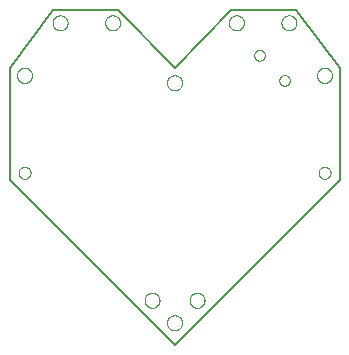
<source format=gko>
G75*
%MOIN*%
%OFA0B0*%
%FSLAX25Y25*%
%IPPOS*%
%LPD*%
%AMOC8*
5,1,8,0,0,1.08239X$1,22.5*
%
%ADD10C,0.00000*%
%ADD11C,0.00800*%
D10*
X0185833Y0098750D02*
X0185835Y0098849D01*
X0185841Y0098949D01*
X0185851Y0099048D01*
X0185865Y0099146D01*
X0185882Y0099244D01*
X0185904Y0099341D01*
X0185929Y0099437D01*
X0185958Y0099532D01*
X0185991Y0099626D01*
X0186028Y0099718D01*
X0186068Y0099809D01*
X0186112Y0099898D01*
X0186160Y0099986D01*
X0186211Y0100071D01*
X0186265Y0100154D01*
X0186322Y0100236D01*
X0186383Y0100314D01*
X0186447Y0100391D01*
X0186513Y0100464D01*
X0186583Y0100535D01*
X0186655Y0100603D01*
X0186730Y0100669D01*
X0186808Y0100731D01*
X0186888Y0100790D01*
X0186970Y0100846D01*
X0187054Y0100898D01*
X0187141Y0100947D01*
X0187229Y0100993D01*
X0187319Y0101035D01*
X0187411Y0101074D01*
X0187504Y0101109D01*
X0187598Y0101140D01*
X0187694Y0101167D01*
X0187791Y0101190D01*
X0187888Y0101210D01*
X0187986Y0101226D01*
X0188085Y0101238D01*
X0188184Y0101246D01*
X0188283Y0101250D01*
X0188383Y0101250D01*
X0188482Y0101246D01*
X0188581Y0101238D01*
X0188680Y0101226D01*
X0188778Y0101210D01*
X0188875Y0101190D01*
X0188972Y0101167D01*
X0189068Y0101140D01*
X0189162Y0101109D01*
X0189255Y0101074D01*
X0189347Y0101035D01*
X0189437Y0100993D01*
X0189525Y0100947D01*
X0189612Y0100898D01*
X0189696Y0100846D01*
X0189778Y0100790D01*
X0189858Y0100731D01*
X0189936Y0100669D01*
X0190011Y0100603D01*
X0190083Y0100535D01*
X0190153Y0100464D01*
X0190219Y0100391D01*
X0190283Y0100314D01*
X0190344Y0100236D01*
X0190401Y0100154D01*
X0190455Y0100071D01*
X0190506Y0099986D01*
X0190554Y0099898D01*
X0190598Y0099809D01*
X0190638Y0099718D01*
X0190675Y0099626D01*
X0190708Y0099532D01*
X0190737Y0099437D01*
X0190762Y0099341D01*
X0190784Y0099244D01*
X0190801Y0099146D01*
X0190815Y0099048D01*
X0190825Y0098949D01*
X0190831Y0098849D01*
X0190833Y0098750D01*
X0190831Y0098651D01*
X0190825Y0098551D01*
X0190815Y0098452D01*
X0190801Y0098354D01*
X0190784Y0098256D01*
X0190762Y0098159D01*
X0190737Y0098063D01*
X0190708Y0097968D01*
X0190675Y0097874D01*
X0190638Y0097782D01*
X0190598Y0097691D01*
X0190554Y0097602D01*
X0190506Y0097514D01*
X0190455Y0097429D01*
X0190401Y0097346D01*
X0190344Y0097264D01*
X0190283Y0097186D01*
X0190219Y0097109D01*
X0190153Y0097036D01*
X0190083Y0096965D01*
X0190011Y0096897D01*
X0189936Y0096831D01*
X0189858Y0096769D01*
X0189778Y0096710D01*
X0189696Y0096654D01*
X0189612Y0096602D01*
X0189525Y0096553D01*
X0189437Y0096507D01*
X0189347Y0096465D01*
X0189255Y0096426D01*
X0189162Y0096391D01*
X0189068Y0096360D01*
X0188972Y0096333D01*
X0188875Y0096310D01*
X0188778Y0096290D01*
X0188680Y0096274D01*
X0188581Y0096262D01*
X0188482Y0096254D01*
X0188383Y0096250D01*
X0188283Y0096250D01*
X0188184Y0096254D01*
X0188085Y0096262D01*
X0187986Y0096274D01*
X0187888Y0096290D01*
X0187791Y0096310D01*
X0187694Y0096333D01*
X0187598Y0096360D01*
X0187504Y0096391D01*
X0187411Y0096426D01*
X0187319Y0096465D01*
X0187229Y0096507D01*
X0187141Y0096553D01*
X0187054Y0096602D01*
X0186970Y0096654D01*
X0186888Y0096710D01*
X0186808Y0096769D01*
X0186730Y0096831D01*
X0186655Y0096897D01*
X0186583Y0096965D01*
X0186513Y0097036D01*
X0186447Y0097109D01*
X0186383Y0097186D01*
X0186322Y0097264D01*
X0186265Y0097346D01*
X0186211Y0097429D01*
X0186160Y0097514D01*
X0186112Y0097602D01*
X0186068Y0097691D01*
X0186028Y0097782D01*
X0185991Y0097874D01*
X0185958Y0097968D01*
X0185929Y0098063D01*
X0185904Y0098159D01*
X0185882Y0098256D01*
X0185865Y0098354D01*
X0185851Y0098452D01*
X0185841Y0098551D01*
X0185835Y0098651D01*
X0185833Y0098750D01*
X0178333Y0106250D02*
X0178335Y0106349D01*
X0178341Y0106449D01*
X0178351Y0106548D01*
X0178365Y0106646D01*
X0178382Y0106744D01*
X0178404Y0106841D01*
X0178429Y0106937D01*
X0178458Y0107032D01*
X0178491Y0107126D01*
X0178528Y0107218D01*
X0178568Y0107309D01*
X0178612Y0107398D01*
X0178660Y0107486D01*
X0178711Y0107571D01*
X0178765Y0107654D01*
X0178822Y0107736D01*
X0178883Y0107814D01*
X0178947Y0107891D01*
X0179013Y0107964D01*
X0179083Y0108035D01*
X0179155Y0108103D01*
X0179230Y0108169D01*
X0179308Y0108231D01*
X0179388Y0108290D01*
X0179470Y0108346D01*
X0179554Y0108398D01*
X0179641Y0108447D01*
X0179729Y0108493D01*
X0179819Y0108535D01*
X0179911Y0108574D01*
X0180004Y0108609D01*
X0180098Y0108640D01*
X0180194Y0108667D01*
X0180291Y0108690D01*
X0180388Y0108710D01*
X0180486Y0108726D01*
X0180585Y0108738D01*
X0180684Y0108746D01*
X0180783Y0108750D01*
X0180883Y0108750D01*
X0180982Y0108746D01*
X0181081Y0108738D01*
X0181180Y0108726D01*
X0181278Y0108710D01*
X0181375Y0108690D01*
X0181472Y0108667D01*
X0181568Y0108640D01*
X0181662Y0108609D01*
X0181755Y0108574D01*
X0181847Y0108535D01*
X0181937Y0108493D01*
X0182025Y0108447D01*
X0182112Y0108398D01*
X0182196Y0108346D01*
X0182278Y0108290D01*
X0182358Y0108231D01*
X0182436Y0108169D01*
X0182511Y0108103D01*
X0182583Y0108035D01*
X0182653Y0107964D01*
X0182719Y0107891D01*
X0182783Y0107814D01*
X0182844Y0107736D01*
X0182901Y0107654D01*
X0182955Y0107571D01*
X0183006Y0107486D01*
X0183054Y0107398D01*
X0183098Y0107309D01*
X0183138Y0107218D01*
X0183175Y0107126D01*
X0183208Y0107032D01*
X0183237Y0106937D01*
X0183262Y0106841D01*
X0183284Y0106744D01*
X0183301Y0106646D01*
X0183315Y0106548D01*
X0183325Y0106449D01*
X0183331Y0106349D01*
X0183333Y0106250D01*
X0183331Y0106151D01*
X0183325Y0106051D01*
X0183315Y0105952D01*
X0183301Y0105854D01*
X0183284Y0105756D01*
X0183262Y0105659D01*
X0183237Y0105563D01*
X0183208Y0105468D01*
X0183175Y0105374D01*
X0183138Y0105282D01*
X0183098Y0105191D01*
X0183054Y0105102D01*
X0183006Y0105014D01*
X0182955Y0104929D01*
X0182901Y0104846D01*
X0182844Y0104764D01*
X0182783Y0104686D01*
X0182719Y0104609D01*
X0182653Y0104536D01*
X0182583Y0104465D01*
X0182511Y0104397D01*
X0182436Y0104331D01*
X0182358Y0104269D01*
X0182278Y0104210D01*
X0182196Y0104154D01*
X0182112Y0104102D01*
X0182025Y0104053D01*
X0181937Y0104007D01*
X0181847Y0103965D01*
X0181755Y0103926D01*
X0181662Y0103891D01*
X0181568Y0103860D01*
X0181472Y0103833D01*
X0181375Y0103810D01*
X0181278Y0103790D01*
X0181180Y0103774D01*
X0181081Y0103762D01*
X0180982Y0103754D01*
X0180883Y0103750D01*
X0180783Y0103750D01*
X0180684Y0103754D01*
X0180585Y0103762D01*
X0180486Y0103774D01*
X0180388Y0103790D01*
X0180291Y0103810D01*
X0180194Y0103833D01*
X0180098Y0103860D01*
X0180004Y0103891D01*
X0179911Y0103926D01*
X0179819Y0103965D01*
X0179729Y0104007D01*
X0179641Y0104053D01*
X0179554Y0104102D01*
X0179470Y0104154D01*
X0179388Y0104210D01*
X0179308Y0104269D01*
X0179230Y0104331D01*
X0179155Y0104397D01*
X0179083Y0104465D01*
X0179013Y0104536D01*
X0178947Y0104609D01*
X0178883Y0104686D01*
X0178822Y0104764D01*
X0178765Y0104846D01*
X0178711Y0104929D01*
X0178660Y0105014D01*
X0178612Y0105102D01*
X0178568Y0105191D01*
X0178528Y0105282D01*
X0178491Y0105374D01*
X0178458Y0105468D01*
X0178429Y0105563D01*
X0178404Y0105659D01*
X0178382Y0105756D01*
X0178365Y0105854D01*
X0178351Y0105952D01*
X0178341Y0106051D01*
X0178335Y0106151D01*
X0178333Y0106250D01*
X0193333Y0106250D02*
X0193335Y0106349D01*
X0193341Y0106449D01*
X0193351Y0106548D01*
X0193365Y0106646D01*
X0193382Y0106744D01*
X0193404Y0106841D01*
X0193429Y0106937D01*
X0193458Y0107032D01*
X0193491Y0107126D01*
X0193528Y0107218D01*
X0193568Y0107309D01*
X0193612Y0107398D01*
X0193660Y0107486D01*
X0193711Y0107571D01*
X0193765Y0107654D01*
X0193822Y0107736D01*
X0193883Y0107814D01*
X0193947Y0107891D01*
X0194013Y0107964D01*
X0194083Y0108035D01*
X0194155Y0108103D01*
X0194230Y0108169D01*
X0194308Y0108231D01*
X0194388Y0108290D01*
X0194470Y0108346D01*
X0194554Y0108398D01*
X0194641Y0108447D01*
X0194729Y0108493D01*
X0194819Y0108535D01*
X0194911Y0108574D01*
X0195004Y0108609D01*
X0195098Y0108640D01*
X0195194Y0108667D01*
X0195291Y0108690D01*
X0195388Y0108710D01*
X0195486Y0108726D01*
X0195585Y0108738D01*
X0195684Y0108746D01*
X0195783Y0108750D01*
X0195883Y0108750D01*
X0195982Y0108746D01*
X0196081Y0108738D01*
X0196180Y0108726D01*
X0196278Y0108710D01*
X0196375Y0108690D01*
X0196472Y0108667D01*
X0196568Y0108640D01*
X0196662Y0108609D01*
X0196755Y0108574D01*
X0196847Y0108535D01*
X0196937Y0108493D01*
X0197025Y0108447D01*
X0197112Y0108398D01*
X0197196Y0108346D01*
X0197278Y0108290D01*
X0197358Y0108231D01*
X0197436Y0108169D01*
X0197511Y0108103D01*
X0197583Y0108035D01*
X0197653Y0107964D01*
X0197719Y0107891D01*
X0197783Y0107814D01*
X0197844Y0107736D01*
X0197901Y0107654D01*
X0197955Y0107571D01*
X0198006Y0107486D01*
X0198054Y0107398D01*
X0198098Y0107309D01*
X0198138Y0107218D01*
X0198175Y0107126D01*
X0198208Y0107032D01*
X0198237Y0106937D01*
X0198262Y0106841D01*
X0198284Y0106744D01*
X0198301Y0106646D01*
X0198315Y0106548D01*
X0198325Y0106449D01*
X0198331Y0106349D01*
X0198333Y0106250D01*
X0198331Y0106151D01*
X0198325Y0106051D01*
X0198315Y0105952D01*
X0198301Y0105854D01*
X0198284Y0105756D01*
X0198262Y0105659D01*
X0198237Y0105563D01*
X0198208Y0105468D01*
X0198175Y0105374D01*
X0198138Y0105282D01*
X0198098Y0105191D01*
X0198054Y0105102D01*
X0198006Y0105014D01*
X0197955Y0104929D01*
X0197901Y0104846D01*
X0197844Y0104764D01*
X0197783Y0104686D01*
X0197719Y0104609D01*
X0197653Y0104536D01*
X0197583Y0104465D01*
X0197511Y0104397D01*
X0197436Y0104331D01*
X0197358Y0104269D01*
X0197278Y0104210D01*
X0197196Y0104154D01*
X0197112Y0104102D01*
X0197025Y0104053D01*
X0196937Y0104007D01*
X0196847Y0103965D01*
X0196755Y0103926D01*
X0196662Y0103891D01*
X0196568Y0103860D01*
X0196472Y0103833D01*
X0196375Y0103810D01*
X0196278Y0103790D01*
X0196180Y0103774D01*
X0196081Y0103762D01*
X0195982Y0103754D01*
X0195883Y0103750D01*
X0195783Y0103750D01*
X0195684Y0103754D01*
X0195585Y0103762D01*
X0195486Y0103774D01*
X0195388Y0103790D01*
X0195291Y0103810D01*
X0195194Y0103833D01*
X0195098Y0103860D01*
X0195004Y0103891D01*
X0194911Y0103926D01*
X0194819Y0103965D01*
X0194729Y0104007D01*
X0194641Y0104053D01*
X0194554Y0104102D01*
X0194470Y0104154D01*
X0194388Y0104210D01*
X0194308Y0104269D01*
X0194230Y0104331D01*
X0194155Y0104397D01*
X0194083Y0104465D01*
X0194013Y0104536D01*
X0193947Y0104609D01*
X0193883Y0104686D01*
X0193822Y0104764D01*
X0193765Y0104846D01*
X0193711Y0104929D01*
X0193660Y0105014D01*
X0193612Y0105102D01*
X0193568Y0105191D01*
X0193528Y0105282D01*
X0193491Y0105374D01*
X0193458Y0105468D01*
X0193429Y0105563D01*
X0193404Y0105659D01*
X0193382Y0105756D01*
X0193365Y0105854D01*
X0193351Y0105952D01*
X0193341Y0106051D01*
X0193335Y0106151D01*
X0193333Y0106250D01*
X0236333Y0148750D02*
X0236335Y0148839D01*
X0236341Y0148928D01*
X0236351Y0149017D01*
X0236365Y0149105D01*
X0236382Y0149192D01*
X0236404Y0149278D01*
X0236430Y0149364D01*
X0236459Y0149448D01*
X0236492Y0149531D01*
X0236528Y0149612D01*
X0236569Y0149692D01*
X0236612Y0149769D01*
X0236659Y0149845D01*
X0236710Y0149918D01*
X0236763Y0149989D01*
X0236820Y0150058D01*
X0236880Y0150124D01*
X0236943Y0150188D01*
X0237008Y0150248D01*
X0237076Y0150306D01*
X0237147Y0150360D01*
X0237220Y0150411D01*
X0237295Y0150459D01*
X0237372Y0150504D01*
X0237451Y0150545D01*
X0237532Y0150582D01*
X0237614Y0150616D01*
X0237698Y0150647D01*
X0237783Y0150673D01*
X0237869Y0150696D01*
X0237956Y0150714D01*
X0238044Y0150729D01*
X0238133Y0150740D01*
X0238222Y0150747D01*
X0238311Y0150750D01*
X0238400Y0150749D01*
X0238489Y0150744D01*
X0238577Y0150735D01*
X0238666Y0150722D01*
X0238753Y0150705D01*
X0238840Y0150685D01*
X0238926Y0150660D01*
X0239010Y0150632D01*
X0239093Y0150600D01*
X0239175Y0150564D01*
X0239255Y0150525D01*
X0239333Y0150482D01*
X0239409Y0150436D01*
X0239483Y0150386D01*
X0239555Y0150333D01*
X0239624Y0150277D01*
X0239691Y0150218D01*
X0239755Y0150156D01*
X0239816Y0150092D01*
X0239875Y0150024D01*
X0239930Y0149954D01*
X0239982Y0149882D01*
X0240031Y0149807D01*
X0240076Y0149731D01*
X0240118Y0149652D01*
X0240156Y0149572D01*
X0240191Y0149490D01*
X0240222Y0149406D01*
X0240250Y0149321D01*
X0240273Y0149235D01*
X0240293Y0149148D01*
X0240309Y0149061D01*
X0240321Y0148972D01*
X0240329Y0148884D01*
X0240333Y0148795D01*
X0240333Y0148705D01*
X0240329Y0148616D01*
X0240321Y0148528D01*
X0240309Y0148439D01*
X0240293Y0148352D01*
X0240273Y0148265D01*
X0240250Y0148179D01*
X0240222Y0148094D01*
X0240191Y0148010D01*
X0240156Y0147928D01*
X0240118Y0147848D01*
X0240076Y0147769D01*
X0240031Y0147693D01*
X0239982Y0147618D01*
X0239930Y0147546D01*
X0239875Y0147476D01*
X0239816Y0147408D01*
X0239755Y0147344D01*
X0239691Y0147282D01*
X0239624Y0147223D01*
X0239555Y0147167D01*
X0239483Y0147114D01*
X0239409Y0147064D01*
X0239333Y0147018D01*
X0239255Y0146975D01*
X0239175Y0146936D01*
X0239093Y0146900D01*
X0239010Y0146868D01*
X0238926Y0146840D01*
X0238840Y0146815D01*
X0238753Y0146795D01*
X0238666Y0146778D01*
X0238577Y0146765D01*
X0238489Y0146756D01*
X0238400Y0146751D01*
X0238311Y0146750D01*
X0238222Y0146753D01*
X0238133Y0146760D01*
X0238044Y0146771D01*
X0237956Y0146786D01*
X0237869Y0146804D01*
X0237783Y0146827D01*
X0237698Y0146853D01*
X0237614Y0146884D01*
X0237532Y0146918D01*
X0237451Y0146955D01*
X0237372Y0146996D01*
X0237295Y0147041D01*
X0237220Y0147089D01*
X0237147Y0147140D01*
X0237076Y0147194D01*
X0237008Y0147252D01*
X0236943Y0147312D01*
X0236880Y0147376D01*
X0236820Y0147442D01*
X0236763Y0147511D01*
X0236710Y0147582D01*
X0236659Y0147655D01*
X0236612Y0147731D01*
X0236569Y0147808D01*
X0236528Y0147888D01*
X0236492Y0147969D01*
X0236459Y0148052D01*
X0236430Y0148136D01*
X0236404Y0148222D01*
X0236382Y0148308D01*
X0236365Y0148395D01*
X0236351Y0148483D01*
X0236341Y0148572D01*
X0236335Y0148661D01*
X0236333Y0148750D01*
X0223237Y0179574D02*
X0223239Y0179658D01*
X0223245Y0179741D01*
X0223255Y0179824D01*
X0223269Y0179907D01*
X0223286Y0179989D01*
X0223308Y0180070D01*
X0223333Y0180149D01*
X0223362Y0180228D01*
X0223395Y0180305D01*
X0223431Y0180380D01*
X0223471Y0180454D01*
X0223514Y0180526D01*
X0223561Y0180595D01*
X0223611Y0180662D01*
X0223664Y0180727D01*
X0223720Y0180789D01*
X0223778Y0180849D01*
X0223840Y0180906D01*
X0223904Y0180959D01*
X0223971Y0181010D01*
X0224040Y0181057D01*
X0224111Y0181102D01*
X0224184Y0181142D01*
X0224259Y0181179D01*
X0224336Y0181213D01*
X0224414Y0181243D01*
X0224493Y0181269D01*
X0224574Y0181292D01*
X0224656Y0181310D01*
X0224738Y0181325D01*
X0224821Y0181336D01*
X0224904Y0181343D01*
X0224988Y0181346D01*
X0225072Y0181345D01*
X0225155Y0181340D01*
X0225239Y0181331D01*
X0225321Y0181318D01*
X0225403Y0181302D01*
X0225484Y0181281D01*
X0225565Y0181257D01*
X0225643Y0181229D01*
X0225721Y0181197D01*
X0225797Y0181161D01*
X0225871Y0181122D01*
X0225943Y0181080D01*
X0226013Y0181034D01*
X0226081Y0180985D01*
X0226146Y0180933D01*
X0226209Y0180878D01*
X0226269Y0180820D01*
X0226327Y0180759D01*
X0226381Y0180695D01*
X0226433Y0180629D01*
X0226481Y0180561D01*
X0226526Y0180490D01*
X0226567Y0180417D01*
X0226606Y0180343D01*
X0226640Y0180267D01*
X0226671Y0180189D01*
X0226698Y0180110D01*
X0226722Y0180029D01*
X0226741Y0179948D01*
X0226757Y0179866D01*
X0226769Y0179783D01*
X0226777Y0179699D01*
X0226781Y0179616D01*
X0226781Y0179532D01*
X0226777Y0179449D01*
X0226769Y0179365D01*
X0226757Y0179282D01*
X0226741Y0179200D01*
X0226722Y0179119D01*
X0226698Y0179038D01*
X0226671Y0178959D01*
X0226640Y0178881D01*
X0226606Y0178805D01*
X0226567Y0178731D01*
X0226526Y0178658D01*
X0226481Y0178587D01*
X0226433Y0178519D01*
X0226381Y0178453D01*
X0226327Y0178389D01*
X0226269Y0178328D01*
X0226209Y0178270D01*
X0226146Y0178215D01*
X0226081Y0178163D01*
X0226013Y0178114D01*
X0225943Y0178068D01*
X0225871Y0178026D01*
X0225797Y0177987D01*
X0225721Y0177951D01*
X0225643Y0177919D01*
X0225565Y0177891D01*
X0225484Y0177867D01*
X0225403Y0177846D01*
X0225321Y0177830D01*
X0225239Y0177817D01*
X0225155Y0177808D01*
X0225072Y0177803D01*
X0224988Y0177802D01*
X0224904Y0177805D01*
X0224821Y0177812D01*
X0224738Y0177823D01*
X0224656Y0177838D01*
X0224574Y0177856D01*
X0224493Y0177879D01*
X0224414Y0177905D01*
X0224336Y0177935D01*
X0224259Y0177969D01*
X0224184Y0178006D01*
X0224111Y0178046D01*
X0224040Y0178091D01*
X0223971Y0178138D01*
X0223904Y0178189D01*
X0223840Y0178242D01*
X0223778Y0178299D01*
X0223720Y0178359D01*
X0223664Y0178421D01*
X0223611Y0178486D01*
X0223561Y0178553D01*
X0223514Y0178622D01*
X0223471Y0178694D01*
X0223431Y0178768D01*
X0223395Y0178843D01*
X0223362Y0178920D01*
X0223333Y0178999D01*
X0223308Y0179078D01*
X0223286Y0179159D01*
X0223269Y0179241D01*
X0223255Y0179324D01*
X0223245Y0179407D01*
X0223239Y0179490D01*
X0223237Y0179574D01*
X0214886Y0187926D02*
X0214888Y0188010D01*
X0214894Y0188093D01*
X0214904Y0188176D01*
X0214918Y0188259D01*
X0214935Y0188341D01*
X0214957Y0188422D01*
X0214982Y0188501D01*
X0215011Y0188580D01*
X0215044Y0188657D01*
X0215080Y0188732D01*
X0215120Y0188806D01*
X0215163Y0188878D01*
X0215210Y0188947D01*
X0215260Y0189014D01*
X0215313Y0189079D01*
X0215369Y0189141D01*
X0215427Y0189201D01*
X0215489Y0189258D01*
X0215553Y0189311D01*
X0215620Y0189362D01*
X0215689Y0189409D01*
X0215760Y0189454D01*
X0215833Y0189494D01*
X0215908Y0189531D01*
X0215985Y0189565D01*
X0216063Y0189595D01*
X0216142Y0189621D01*
X0216223Y0189644D01*
X0216305Y0189662D01*
X0216387Y0189677D01*
X0216470Y0189688D01*
X0216553Y0189695D01*
X0216637Y0189698D01*
X0216721Y0189697D01*
X0216804Y0189692D01*
X0216888Y0189683D01*
X0216970Y0189670D01*
X0217052Y0189654D01*
X0217133Y0189633D01*
X0217214Y0189609D01*
X0217292Y0189581D01*
X0217370Y0189549D01*
X0217446Y0189513D01*
X0217520Y0189474D01*
X0217592Y0189432D01*
X0217662Y0189386D01*
X0217730Y0189337D01*
X0217795Y0189285D01*
X0217858Y0189230D01*
X0217918Y0189172D01*
X0217976Y0189111D01*
X0218030Y0189047D01*
X0218082Y0188981D01*
X0218130Y0188913D01*
X0218175Y0188842D01*
X0218216Y0188769D01*
X0218255Y0188695D01*
X0218289Y0188619D01*
X0218320Y0188541D01*
X0218347Y0188462D01*
X0218371Y0188381D01*
X0218390Y0188300D01*
X0218406Y0188218D01*
X0218418Y0188135D01*
X0218426Y0188051D01*
X0218430Y0187968D01*
X0218430Y0187884D01*
X0218426Y0187801D01*
X0218418Y0187717D01*
X0218406Y0187634D01*
X0218390Y0187552D01*
X0218371Y0187471D01*
X0218347Y0187390D01*
X0218320Y0187311D01*
X0218289Y0187233D01*
X0218255Y0187157D01*
X0218216Y0187083D01*
X0218175Y0187010D01*
X0218130Y0186939D01*
X0218082Y0186871D01*
X0218030Y0186805D01*
X0217976Y0186741D01*
X0217918Y0186680D01*
X0217858Y0186622D01*
X0217795Y0186567D01*
X0217730Y0186515D01*
X0217662Y0186466D01*
X0217592Y0186420D01*
X0217520Y0186378D01*
X0217446Y0186339D01*
X0217370Y0186303D01*
X0217292Y0186271D01*
X0217214Y0186243D01*
X0217133Y0186219D01*
X0217052Y0186198D01*
X0216970Y0186182D01*
X0216888Y0186169D01*
X0216804Y0186160D01*
X0216721Y0186155D01*
X0216637Y0186154D01*
X0216553Y0186157D01*
X0216470Y0186164D01*
X0216387Y0186175D01*
X0216305Y0186190D01*
X0216223Y0186208D01*
X0216142Y0186231D01*
X0216063Y0186257D01*
X0215985Y0186287D01*
X0215908Y0186321D01*
X0215833Y0186358D01*
X0215760Y0186398D01*
X0215689Y0186443D01*
X0215620Y0186490D01*
X0215553Y0186541D01*
X0215489Y0186594D01*
X0215427Y0186651D01*
X0215369Y0186711D01*
X0215313Y0186773D01*
X0215260Y0186838D01*
X0215210Y0186905D01*
X0215163Y0186974D01*
X0215120Y0187046D01*
X0215080Y0187120D01*
X0215044Y0187195D01*
X0215011Y0187272D01*
X0214982Y0187351D01*
X0214957Y0187430D01*
X0214935Y0187511D01*
X0214918Y0187593D01*
X0214904Y0187676D01*
X0214894Y0187759D01*
X0214888Y0187842D01*
X0214886Y0187926D01*
X0206458Y0198750D02*
X0206460Y0198849D01*
X0206466Y0198949D01*
X0206476Y0199048D01*
X0206490Y0199146D01*
X0206507Y0199244D01*
X0206529Y0199341D01*
X0206554Y0199437D01*
X0206583Y0199532D01*
X0206616Y0199626D01*
X0206653Y0199718D01*
X0206693Y0199809D01*
X0206737Y0199898D01*
X0206785Y0199986D01*
X0206836Y0200071D01*
X0206890Y0200154D01*
X0206947Y0200236D01*
X0207008Y0200314D01*
X0207072Y0200391D01*
X0207138Y0200464D01*
X0207208Y0200535D01*
X0207280Y0200603D01*
X0207355Y0200669D01*
X0207433Y0200731D01*
X0207513Y0200790D01*
X0207595Y0200846D01*
X0207679Y0200898D01*
X0207766Y0200947D01*
X0207854Y0200993D01*
X0207944Y0201035D01*
X0208036Y0201074D01*
X0208129Y0201109D01*
X0208223Y0201140D01*
X0208319Y0201167D01*
X0208416Y0201190D01*
X0208513Y0201210D01*
X0208611Y0201226D01*
X0208710Y0201238D01*
X0208809Y0201246D01*
X0208908Y0201250D01*
X0209008Y0201250D01*
X0209107Y0201246D01*
X0209206Y0201238D01*
X0209305Y0201226D01*
X0209403Y0201210D01*
X0209500Y0201190D01*
X0209597Y0201167D01*
X0209693Y0201140D01*
X0209787Y0201109D01*
X0209880Y0201074D01*
X0209972Y0201035D01*
X0210062Y0200993D01*
X0210150Y0200947D01*
X0210237Y0200898D01*
X0210321Y0200846D01*
X0210403Y0200790D01*
X0210483Y0200731D01*
X0210561Y0200669D01*
X0210636Y0200603D01*
X0210708Y0200535D01*
X0210778Y0200464D01*
X0210844Y0200391D01*
X0210908Y0200314D01*
X0210969Y0200236D01*
X0211026Y0200154D01*
X0211080Y0200071D01*
X0211131Y0199986D01*
X0211179Y0199898D01*
X0211223Y0199809D01*
X0211263Y0199718D01*
X0211300Y0199626D01*
X0211333Y0199532D01*
X0211362Y0199437D01*
X0211387Y0199341D01*
X0211409Y0199244D01*
X0211426Y0199146D01*
X0211440Y0199048D01*
X0211450Y0198949D01*
X0211456Y0198849D01*
X0211458Y0198750D01*
X0211456Y0198651D01*
X0211450Y0198551D01*
X0211440Y0198452D01*
X0211426Y0198354D01*
X0211409Y0198256D01*
X0211387Y0198159D01*
X0211362Y0198063D01*
X0211333Y0197968D01*
X0211300Y0197874D01*
X0211263Y0197782D01*
X0211223Y0197691D01*
X0211179Y0197602D01*
X0211131Y0197514D01*
X0211080Y0197429D01*
X0211026Y0197346D01*
X0210969Y0197264D01*
X0210908Y0197186D01*
X0210844Y0197109D01*
X0210778Y0197036D01*
X0210708Y0196965D01*
X0210636Y0196897D01*
X0210561Y0196831D01*
X0210483Y0196769D01*
X0210403Y0196710D01*
X0210321Y0196654D01*
X0210237Y0196602D01*
X0210150Y0196553D01*
X0210062Y0196507D01*
X0209972Y0196465D01*
X0209880Y0196426D01*
X0209787Y0196391D01*
X0209693Y0196360D01*
X0209597Y0196333D01*
X0209500Y0196310D01*
X0209403Y0196290D01*
X0209305Y0196274D01*
X0209206Y0196262D01*
X0209107Y0196254D01*
X0209008Y0196250D01*
X0208908Y0196250D01*
X0208809Y0196254D01*
X0208710Y0196262D01*
X0208611Y0196274D01*
X0208513Y0196290D01*
X0208416Y0196310D01*
X0208319Y0196333D01*
X0208223Y0196360D01*
X0208129Y0196391D01*
X0208036Y0196426D01*
X0207944Y0196465D01*
X0207854Y0196507D01*
X0207766Y0196553D01*
X0207679Y0196602D01*
X0207595Y0196654D01*
X0207513Y0196710D01*
X0207433Y0196769D01*
X0207355Y0196831D01*
X0207280Y0196897D01*
X0207208Y0196965D01*
X0207138Y0197036D01*
X0207072Y0197109D01*
X0207008Y0197186D01*
X0206947Y0197264D01*
X0206890Y0197346D01*
X0206836Y0197429D01*
X0206785Y0197514D01*
X0206737Y0197602D01*
X0206693Y0197691D01*
X0206653Y0197782D01*
X0206616Y0197874D01*
X0206583Y0197968D01*
X0206554Y0198063D01*
X0206529Y0198159D01*
X0206507Y0198256D01*
X0206490Y0198354D01*
X0206476Y0198452D01*
X0206466Y0198551D01*
X0206460Y0198651D01*
X0206458Y0198750D01*
X0223958Y0198750D02*
X0223960Y0198849D01*
X0223966Y0198949D01*
X0223976Y0199048D01*
X0223990Y0199146D01*
X0224007Y0199244D01*
X0224029Y0199341D01*
X0224054Y0199437D01*
X0224083Y0199532D01*
X0224116Y0199626D01*
X0224153Y0199718D01*
X0224193Y0199809D01*
X0224237Y0199898D01*
X0224285Y0199986D01*
X0224336Y0200071D01*
X0224390Y0200154D01*
X0224447Y0200236D01*
X0224508Y0200314D01*
X0224572Y0200391D01*
X0224638Y0200464D01*
X0224708Y0200535D01*
X0224780Y0200603D01*
X0224855Y0200669D01*
X0224933Y0200731D01*
X0225013Y0200790D01*
X0225095Y0200846D01*
X0225179Y0200898D01*
X0225266Y0200947D01*
X0225354Y0200993D01*
X0225444Y0201035D01*
X0225536Y0201074D01*
X0225629Y0201109D01*
X0225723Y0201140D01*
X0225819Y0201167D01*
X0225916Y0201190D01*
X0226013Y0201210D01*
X0226111Y0201226D01*
X0226210Y0201238D01*
X0226309Y0201246D01*
X0226408Y0201250D01*
X0226508Y0201250D01*
X0226607Y0201246D01*
X0226706Y0201238D01*
X0226805Y0201226D01*
X0226903Y0201210D01*
X0227000Y0201190D01*
X0227097Y0201167D01*
X0227193Y0201140D01*
X0227287Y0201109D01*
X0227380Y0201074D01*
X0227472Y0201035D01*
X0227562Y0200993D01*
X0227650Y0200947D01*
X0227737Y0200898D01*
X0227821Y0200846D01*
X0227903Y0200790D01*
X0227983Y0200731D01*
X0228061Y0200669D01*
X0228136Y0200603D01*
X0228208Y0200535D01*
X0228278Y0200464D01*
X0228344Y0200391D01*
X0228408Y0200314D01*
X0228469Y0200236D01*
X0228526Y0200154D01*
X0228580Y0200071D01*
X0228631Y0199986D01*
X0228679Y0199898D01*
X0228723Y0199809D01*
X0228763Y0199718D01*
X0228800Y0199626D01*
X0228833Y0199532D01*
X0228862Y0199437D01*
X0228887Y0199341D01*
X0228909Y0199244D01*
X0228926Y0199146D01*
X0228940Y0199048D01*
X0228950Y0198949D01*
X0228956Y0198849D01*
X0228958Y0198750D01*
X0228956Y0198651D01*
X0228950Y0198551D01*
X0228940Y0198452D01*
X0228926Y0198354D01*
X0228909Y0198256D01*
X0228887Y0198159D01*
X0228862Y0198063D01*
X0228833Y0197968D01*
X0228800Y0197874D01*
X0228763Y0197782D01*
X0228723Y0197691D01*
X0228679Y0197602D01*
X0228631Y0197514D01*
X0228580Y0197429D01*
X0228526Y0197346D01*
X0228469Y0197264D01*
X0228408Y0197186D01*
X0228344Y0197109D01*
X0228278Y0197036D01*
X0228208Y0196965D01*
X0228136Y0196897D01*
X0228061Y0196831D01*
X0227983Y0196769D01*
X0227903Y0196710D01*
X0227821Y0196654D01*
X0227737Y0196602D01*
X0227650Y0196553D01*
X0227562Y0196507D01*
X0227472Y0196465D01*
X0227380Y0196426D01*
X0227287Y0196391D01*
X0227193Y0196360D01*
X0227097Y0196333D01*
X0227000Y0196310D01*
X0226903Y0196290D01*
X0226805Y0196274D01*
X0226706Y0196262D01*
X0226607Y0196254D01*
X0226508Y0196250D01*
X0226408Y0196250D01*
X0226309Y0196254D01*
X0226210Y0196262D01*
X0226111Y0196274D01*
X0226013Y0196290D01*
X0225916Y0196310D01*
X0225819Y0196333D01*
X0225723Y0196360D01*
X0225629Y0196391D01*
X0225536Y0196426D01*
X0225444Y0196465D01*
X0225354Y0196507D01*
X0225266Y0196553D01*
X0225179Y0196602D01*
X0225095Y0196654D01*
X0225013Y0196710D01*
X0224933Y0196769D01*
X0224855Y0196831D01*
X0224780Y0196897D01*
X0224708Y0196965D01*
X0224638Y0197036D01*
X0224572Y0197109D01*
X0224508Y0197186D01*
X0224447Y0197264D01*
X0224390Y0197346D01*
X0224336Y0197429D01*
X0224285Y0197514D01*
X0224237Y0197602D01*
X0224193Y0197691D01*
X0224153Y0197782D01*
X0224116Y0197874D01*
X0224083Y0197968D01*
X0224054Y0198063D01*
X0224029Y0198159D01*
X0224007Y0198256D01*
X0223990Y0198354D01*
X0223976Y0198452D01*
X0223966Y0198551D01*
X0223960Y0198651D01*
X0223958Y0198750D01*
X0235833Y0181250D02*
X0235835Y0181349D01*
X0235841Y0181449D01*
X0235851Y0181548D01*
X0235865Y0181646D01*
X0235882Y0181744D01*
X0235904Y0181841D01*
X0235929Y0181937D01*
X0235958Y0182032D01*
X0235991Y0182126D01*
X0236028Y0182218D01*
X0236068Y0182309D01*
X0236112Y0182398D01*
X0236160Y0182486D01*
X0236211Y0182571D01*
X0236265Y0182654D01*
X0236322Y0182736D01*
X0236383Y0182814D01*
X0236447Y0182891D01*
X0236513Y0182964D01*
X0236583Y0183035D01*
X0236655Y0183103D01*
X0236730Y0183169D01*
X0236808Y0183231D01*
X0236888Y0183290D01*
X0236970Y0183346D01*
X0237054Y0183398D01*
X0237141Y0183447D01*
X0237229Y0183493D01*
X0237319Y0183535D01*
X0237411Y0183574D01*
X0237504Y0183609D01*
X0237598Y0183640D01*
X0237694Y0183667D01*
X0237791Y0183690D01*
X0237888Y0183710D01*
X0237986Y0183726D01*
X0238085Y0183738D01*
X0238184Y0183746D01*
X0238283Y0183750D01*
X0238383Y0183750D01*
X0238482Y0183746D01*
X0238581Y0183738D01*
X0238680Y0183726D01*
X0238778Y0183710D01*
X0238875Y0183690D01*
X0238972Y0183667D01*
X0239068Y0183640D01*
X0239162Y0183609D01*
X0239255Y0183574D01*
X0239347Y0183535D01*
X0239437Y0183493D01*
X0239525Y0183447D01*
X0239612Y0183398D01*
X0239696Y0183346D01*
X0239778Y0183290D01*
X0239858Y0183231D01*
X0239936Y0183169D01*
X0240011Y0183103D01*
X0240083Y0183035D01*
X0240153Y0182964D01*
X0240219Y0182891D01*
X0240283Y0182814D01*
X0240344Y0182736D01*
X0240401Y0182654D01*
X0240455Y0182571D01*
X0240506Y0182486D01*
X0240554Y0182398D01*
X0240598Y0182309D01*
X0240638Y0182218D01*
X0240675Y0182126D01*
X0240708Y0182032D01*
X0240737Y0181937D01*
X0240762Y0181841D01*
X0240784Y0181744D01*
X0240801Y0181646D01*
X0240815Y0181548D01*
X0240825Y0181449D01*
X0240831Y0181349D01*
X0240833Y0181250D01*
X0240831Y0181151D01*
X0240825Y0181051D01*
X0240815Y0180952D01*
X0240801Y0180854D01*
X0240784Y0180756D01*
X0240762Y0180659D01*
X0240737Y0180563D01*
X0240708Y0180468D01*
X0240675Y0180374D01*
X0240638Y0180282D01*
X0240598Y0180191D01*
X0240554Y0180102D01*
X0240506Y0180014D01*
X0240455Y0179929D01*
X0240401Y0179846D01*
X0240344Y0179764D01*
X0240283Y0179686D01*
X0240219Y0179609D01*
X0240153Y0179536D01*
X0240083Y0179465D01*
X0240011Y0179397D01*
X0239936Y0179331D01*
X0239858Y0179269D01*
X0239778Y0179210D01*
X0239696Y0179154D01*
X0239612Y0179102D01*
X0239525Y0179053D01*
X0239437Y0179007D01*
X0239347Y0178965D01*
X0239255Y0178926D01*
X0239162Y0178891D01*
X0239068Y0178860D01*
X0238972Y0178833D01*
X0238875Y0178810D01*
X0238778Y0178790D01*
X0238680Y0178774D01*
X0238581Y0178762D01*
X0238482Y0178754D01*
X0238383Y0178750D01*
X0238283Y0178750D01*
X0238184Y0178754D01*
X0238085Y0178762D01*
X0237986Y0178774D01*
X0237888Y0178790D01*
X0237791Y0178810D01*
X0237694Y0178833D01*
X0237598Y0178860D01*
X0237504Y0178891D01*
X0237411Y0178926D01*
X0237319Y0178965D01*
X0237229Y0179007D01*
X0237141Y0179053D01*
X0237054Y0179102D01*
X0236970Y0179154D01*
X0236888Y0179210D01*
X0236808Y0179269D01*
X0236730Y0179331D01*
X0236655Y0179397D01*
X0236583Y0179465D01*
X0236513Y0179536D01*
X0236447Y0179609D01*
X0236383Y0179686D01*
X0236322Y0179764D01*
X0236265Y0179846D01*
X0236211Y0179929D01*
X0236160Y0180014D01*
X0236112Y0180102D01*
X0236068Y0180191D01*
X0236028Y0180282D01*
X0235991Y0180374D01*
X0235958Y0180468D01*
X0235929Y0180563D01*
X0235904Y0180659D01*
X0235882Y0180756D01*
X0235865Y0180854D01*
X0235851Y0180952D01*
X0235841Y0181051D01*
X0235835Y0181151D01*
X0235833Y0181250D01*
X0185833Y0178750D02*
X0185835Y0178849D01*
X0185841Y0178949D01*
X0185851Y0179048D01*
X0185865Y0179146D01*
X0185882Y0179244D01*
X0185904Y0179341D01*
X0185929Y0179437D01*
X0185958Y0179532D01*
X0185991Y0179626D01*
X0186028Y0179718D01*
X0186068Y0179809D01*
X0186112Y0179898D01*
X0186160Y0179986D01*
X0186211Y0180071D01*
X0186265Y0180154D01*
X0186322Y0180236D01*
X0186383Y0180314D01*
X0186447Y0180391D01*
X0186513Y0180464D01*
X0186583Y0180535D01*
X0186655Y0180603D01*
X0186730Y0180669D01*
X0186808Y0180731D01*
X0186888Y0180790D01*
X0186970Y0180846D01*
X0187054Y0180898D01*
X0187141Y0180947D01*
X0187229Y0180993D01*
X0187319Y0181035D01*
X0187411Y0181074D01*
X0187504Y0181109D01*
X0187598Y0181140D01*
X0187694Y0181167D01*
X0187791Y0181190D01*
X0187888Y0181210D01*
X0187986Y0181226D01*
X0188085Y0181238D01*
X0188184Y0181246D01*
X0188283Y0181250D01*
X0188383Y0181250D01*
X0188482Y0181246D01*
X0188581Y0181238D01*
X0188680Y0181226D01*
X0188778Y0181210D01*
X0188875Y0181190D01*
X0188972Y0181167D01*
X0189068Y0181140D01*
X0189162Y0181109D01*
X0189255Y0181074D01*
X0189347Y0181035D01*
X0189437Y0180993D01*
X0189525Y0180947D01*
X0189612Y0180898D01*
X0189696Y0180846D01*
X0189778Y0180790D01*
X0189858Y0180731D01*
X0189936Y0180669D01*
X0190011Y0180603D01*
X0190083Y0180535D01*
X0190153Y0180464D01*
X0190219Y0180391D01*
X0190283Y0180314D01*
X0190344Y0180236D01*
X0190401Y0180154D01*
X0190455Y0180071D01*
X0190506Y0179986D01*
X0190554Y0179898D01*
X0190598Y0179809D01*
X0190638Y0179718D01*
X0190675Y0179626D01*
X0190708Y0179532D01*
X0190737Y0179437D01*
X0190762Y0179341D01*
X0190784Y0179244D01*
X0190801Y0179146D01*
X0190815Y0179048D01*
X0190825Y0178949D01*
X0190831Y0178849D01*
X0190833Y0178750D01*
X0190831Y0178651D01*
X0190825Y0178551D01*
X0190815Y0178452D01*
X0190801Y0178354D01*
X0190784Y0178256D01*
X0190762Y0178159D01*
X0190737Y0178063D01*
X0190708Y0177968D01*
X0190675Y0177874D01*
X0190638Y0177782D01*
X0190598Y0177691D01*
X0190554Y0177602D01*
X0190506Y0177514D01*
X0190455Y0177429D01*
X0190401Y0177346D01*
X0190344Y0177264D01*
X0190283Y0177186D01*
X0190219Y0177109D01*
X0190153Y0177036D01*
X0190083Y0176965D01*
X0190011Y0176897D01*
X0189936Y0176831D01*
X0189858Y0176769D01*
X0189778Y0176710D01*
X0189696Y0176654D01*
X0189612Y0176602D01*
X0189525Y0176553D01*
X0189437Y0176507D01*
X0189347Y0176465D01*
X0189255Y0176426D01*
X0189162Y0176391D01*
X0189068Y0176360D01*
X0188972Y0176333D01*
X0188875Y0176310D01*
X0188778Y0176290D01*
X0188680Y0176274D01*
X0188581Y0176262D01*
X0188482Y0176254D01*
X0188383Y0176250D01*
X0188283Y0176250D01*
X0188184Y0176254D01*
X0188085Y0176262D01*
X0187986Y0176274D01*
X0187888Y0176290D01*
X0187791Y0176310D01*
X0187694Y0176333D01*
X0187598Y0176360D01*
X0187504Y0176391D01*
X0187411Y0176426D01*
X0187319Y0176465D01*
X0187229Y0176507D01*
X0187141Y0176553D01*
X0187054Y0176602D01*
X0186970Y0176654D01*
X0186888Y0176710D01*
X0186808Y0176769D01*
X0186730Y0176831D01*
X0186655Y0176897D01*
X0186583Y0176965D01*
X0186513Y0177036D01*
X0186447Y0177109D01*
X0186383Y0177186D01*
X0186322Y0177264D01*
X0186265Y0177346D01*
X0186211Y0177429D01*
X0186160Y0177514D01*
X0186112Y0177602D01*
X0186068Y0177691D01*
X0186028Y0177782D01*
X0185991Y0177874D01*
X0185958Y0177968D01*
X0185929Y0178063D01*
X0185904Y0178159D01*
X0185882Y0178256D01*
X0185865Y0178354D01*
X0185851Y0178452D01*
X0185841Y0178551D01*
X0185835Y0178651D01*
X0185833Y0178750D01*
X0165208Y0198750D02*
X0165210Y0198849D01*
X0165216Y0198949D01*
X0165226Y0199048D01*
X0165240Y0199146D01*
X0165257Y0199244D01*
X0165279Y0199341D01*
X0165304Y0199437D01*
X0165333Y0199532D01*
X0165366Y0199626D01*
X0165403Y0199718D01*
X0165443Y0199809D01*
X0165487Y0199898D01*
X0165535Y0199986D01*
X0165586Y0200071D01*
X0165640Y0200154D01*
X0165697Y0200236D01*
X0165758Y0200314D01*
X0165822Y0200391D01*
X0165888Y0200464D01*
X0165958Y0200535D01*
X0166030Y0200603D01*
X0166105Y0200669D01*
X0166183Y0200731D01*
X0166263Y0200790D01*
X0166345Y0200846D01*
X0166429Y0200898D01*
X0166516Y0200947D01*
X0166604Y0200993D01*
X0166694Y0201035D01*
X0166786Y0201074D01*
X0166879Y0201109D01*
X0166973Y0201140D01*
X0167069Y0201167D01*
X0167166Y0201190D01*
X0167263Y0201210D01*
X0167361Y0201226D01*
X0167460Y0201238D01*
X0167559Y0201246D01*
X0167658Y0201250D01*
X0167758Y0201250D01*
X0167857Y0201246D01*
X0167956Y0201238D01*
X0168055Y0201226D01*
X0168153Y0201210D01*
X0168250Y0201190D01*
X0168347Y0201167D01*
X0168443Y0201140D01*
X0168537Y0201109D01*
X0168630Y0201074D01*
X0168722Y0201035D01*
X0168812Y0200993D01*
X0168900Y0200947D01*
X0168987Y0200898D01*
X0169071Y0200846D01*
X0169153Y0200790D01*
X0169233Y0200731D01*
X0169311Y0200669D01*
X0169386Y0200603D01*
X0169458Y0200535D01*
X0169528Y0200464D01*
X0169594Y0200391D01*
X0169658Y0200314D01*
X0169719Y0200236D01*
X0169776Y0200154D01*
X0169830Y0200071D01*
X0169881Y0199986D01*
X0169929Y0199898D01*
X0169973Y0199809D01*
X0170013Y0199718D01*
X0170050Y0199626D01*
X0170083Y0199532D01*
X0170112Y0199437D01*
X0170137Y0199341D01*
X0170159Y0199244D01*
X0170176Y0199146D01*
X0170190Y0199048D01*
X0170200Y0198949D01*
X0170206Y0198849D01*
X0170208Y0198750D01*
X0170206Y0198651D01*
X0170200Y0198551D01*
X0170190Y0198452D01*
X0170176Y0198354D01*
X0170159Y0198256D01*
X0170137Y0198159D01*
X0170112Y0198063D01*
X0170083Y0197968D01*
X0170050Y0197874D01*
X0170013Y0197782D01*
X0169973Y0197691D01*
X0169929Y0197602D01*
X0169881Y0197514D01*
X0169830Y0197429D01*
X0169776Y0197346D01*
X0169719Y0197264D01*
X0169658Y0197186D01*
X0169594Y0197109D01*
X0169528Y0197036D01*
X0169458Y0196965D01*
X0169386Y0196897D01*
X0169311Y0196831D01*
X0169233Y0196769D01*
X0169153Y0196710D01*
X0169071Y0196654D01*
X0168987Y0196602D01*
X0168900Y0196553D01*
X0168812Y0196507D01*
X0168722Y0196465D01*
X0168630Y0196426D01*
X0168537Y0196391D01*
X0168443Y0196360D01*
X0168347Y0196333D01*
X0168250Y0196310D01*
X0168153Y0196290D01*
X0168055Y0196274D01*
X0167956Y0196262D01*
X0167857Y0196254D01*
X0167758Y0196250D01*
X0167658Y0196250D01*
X0167559Y0196254D01*
X0167460Y0196262D01*
X0167361Y0196274D01*
X0167263Y0196290D01*
X0167166Y0196310D01*
X0167069Y0196333D01*
X0166973Y0196360D01*
X0166879Y0196391D01*
X0166786Y0196426D01*
X0166694Y0196465D01*
X0166604Y0196507D01*
X0166516Y0196553D01*
X0166429Y0196602D01*
X0166345Y0196654D01*
X0166263Y0196710D01*
X0166183Y0196769D01*
X0166105Y0196831D01*
X0166030Y0196897D01*
X0165958Y0196965D01*
X0165888Y0197036D01*
X0165822Y0197109D01*
X0165758Y0197186D01*
X0165697Y0197264D01*
X0165640Y0197346D01*
X0165586Y0197429D01*
X0165535Y0197514D01*
X0165487Y0197602D01*
X0165443Y0197691D01*
X0165403Y0197782D01*
X0165366Y0197874D01*
X0165333Y0197968D01*
X0165304Y0198063D01*
X0165279Y0198159D01*
X0165257Y0198256D01*
X0165240Y0198354D01*
X0165226Y0198452D01*
X0165216Y0198551D01*
X0165210Y0198651D01*
X0165208Y0198750D01*
X0147708Y0198750D02*
X0147710Y0198849D01*
X0147716Y0198949D01*
X0147726Y0199048D01*
X0147740Y0199146D01*
X0147757Y0199244D01*
X0147779Y0199341D01*
X0147804Y0199437D01*
X0147833Y0199532D01*
X0147866Y0199626D01*
X0147903Y0199718D01*
X0147943Y0199809D01*
X0147987Y0199898D01*
X0148035Y0199986D01*
X0148086Y0200071D01*
X0148140Y0200154D01*
X0148197Y0200236D01*
X0148258Y0200314D01*
X0148322Y0200391D01*
X0148388Y0200464D01*
X0148458Y0200535D01*
X0148530Y0200603D01*
X0148605Y0200669D01*
X0148683Y0200731D01*
X0148763Y0200790D01*
X0148845Y0200846D01*
X0148929Y0200898D01*
X0149016Y0200947D01*
X0149104Y0200993D01*
X0149194Y0201035D01*
X0149286Y0201074D01*
X0149379Y0201109D01*
X0149473Y0201140D01*
X0149569Y0201167D01*
X0149666Y0201190D01*
X0149763Y0201210D01*
X0149861Y0201226D01*
X0149960Y0201238D01*
X0150059Y0201246D01*
X0150158Y0201250D01*
X0150258Y0201250D01*
X0150357Y0201246D01*
X0150456Y0201238D01*
X0150555Y0201226D01*
X0150653Y0201210D01*
X0150750Y0201190D01*
X0150847Y0201167D01*
X0150943Y0201140D01*
X0151037Y0201109D01*
X0151130Y0201074D01*
X0151222Y0201035D01*
X0151312Y0200993D01*
X0151400Y0200947D01*
X0151487Y0200898D01*
X0151571Y0200846D01*
X0151653Y0200790D01*
X0151733Y0200731D01*
X0151811Y0200669D01*
X0151886Y0200603D01*
X0151958Y0200535D01*
X0152028Y0200464D01*
X0152094Y0200391D01*
X0152158Y0200314D01*
X0152219Y0200236D01*
X0152276Y0200154D01*
X0152330Y0200071D01*
X0152381Y0199986D01*
X0152429Y0199898D01*
X0152473Y0199809D01*
X0152513Y0199718D01*
X0152550Y0199626D01*
X0152583Y0199532D01*
X0152612Y0199437D01*
X0152637Y0199341D01*
X0152659Y0199244D01*
X0152676Y0199146D01*
X0152690Y0199048D01*
X0152700Y0198949D01*
X0152706Y0198849D01*
X0152708Y0198750D01*
X0152706Y0198651D01*
X0152700Y0198551D01*
X0152690Y0198452D01*
X0152676Y0198354D01*
X0152659Y0198256D01*
X0152637Y0198159D01*
X0152612Y0198063D01*
X0152583Y0197968D01*
X0152550Y0197874D01*
X0152513Y0197782D01*
X0152473Y0197691D01*
X0152429Y0197602D01*
X0152381Y0197514D01*
X0152330Y0197429D01*
X0152276Y0197346D01*
X0152219Y0197264D01*
X0152158Y0197186D01*
X0152094Y0197109D01*
X0152028Y0197036D01*
X0151958Y0196965D01*
X0151886Y0196897D01*
X0151811Y0196831D01*
X0151733Y0196769D01*
X0151653Y0196710D01*
X0151571Y0196654D01*
X0151487Y0196602D01*
X0151400Y0196553D01*
X0151312Y0196507D01*
X0151222Y0196465D01*
X0151130Y0196426D01*
X0151037Y0196391D01*
X0150943Y0196360D01*
X0150847Y0196333D01*
X0150750Y0196310D01*
X0150653Y0196290D01*
X0150555Y0196274D01*
X0150456Y0196262D01*
X0150357Y0196254D01*
X0150258Y0196250D01*
X0150158Y0196250D01*
X0150059Y0196254D01*
X0149960Y0196262D01*
X0149861Y0196274D01*
X0149763Y0196290D01*
X0149666Y0196310D01*
X0149569Y0196333D01*
X0149473Y0196360D01*
X0149379Y0196391D01*
X0149286Y0196426D01*
X0149194Y0196465D01*
X0149104Y0196507D01*
X0149016Y0196553D01*
X0148929Y0196602D01*
X0148845Y0196654D01*
X0148763Y0196710D01*
X0148683Y0196769D01*
X0148605Y0196831D01*
X0148530Y0196897D01*
X0148458Y0196965D01*
X0148388Y0197036D01*
X0148322Y0197109D01*
X0148258Y0197186D01*
X0148197Y0197264D01*
X0148140Y0197346D01*
X0148086Y0197429D01*
X0148035Y0197514D01*
X0147987Y0197602D01*
X0147943Y0197691D01*
X0147903Y0197782D01*
X0147866Y0197874D01*
X0147833Y0197968D01*
X0147804Y0198063D01*
X0147779Y0198159D01*
X0147757Y0198256D01*
X0147740Y0198354D01*
X0147726Y0198452D01*
X0147716Y0198551D01*
X0147710Y0198651D01*
X0147708Y0198750D01*
X0135833Y0181250D02*
X0135835Y0181349D01*
X0135841Y0181449D01*
X0135851Y0181548D01*
X0135865Y0181646D01*
X0135882Y0181744D01*
X0135904Y0181841D01*
X0135929Y0181937D01*
X0135958Y0182032D01*
X0135991Y0182126D01*
X0136028Y0182218D01*
X0136068Y0182309D01*
X0136112Y0182398D01*
X0136160Y0182486D01*
X0136211Y0182571D01*
X0136265Y0182654D01*
X0136322Y0182736D01*
X0136383Y0182814D01*
X0136447Y0182891D01*
X0136513Y0182964D01*
X0136583Y0183035D01*
X0136655Y0183103D01*
X0136730Y0183169D01*
X0136808Y0183231D01*
X0136888Y0183290D01*
X0136970Y0183346D01*
X0137054Y0183398D01*
X0137141Y0183447D01*
X0137229Y0183493D01*
X0137319Y0183535D01*
X0137411Y0183574D01*
X0137504Y0183609D01*
X0137598Y0183640D01*
X0137694Y0183667D01*
X0137791Y0183690D01*
X0137888Y0183710D01*
X0137986Y0183726D01*
X0138085Y0183738D01*
X0138184Y0183746D01*
X0138283Y0183750D01*
X0138383Y0183750D01*
X0138482Y0183746D01*
X0138581Y0183738D01*
X0138680Y0183726D01*
X0138778Y0183710D01*
X0138875Y0183690D01*
X0138972Y0183667D01*
X0139068Y0183640D01*
X0139162Y0183609D01*
X0139255Y0183574D01*
X0139347Y0183535D01*
X0139437Y0183493D01*
X0139525Y0183447D01*
X0139612Y0183398D01*
X0139696Y0183346D01*
X0139778Y0183290D01*
X0139858Y0183231D01*
X0139936Y0183169D01*
X0140011Y0183103D01*
X0140083Y0183035D01*
X0140153Y0182964D01*
X0140219Y0182891D01*
X0140283Y0182814D01*
X0140344Y0182736D01*
X0140401Y0182654D01*
X0140455Y0182571D01*
X0140506Y0182486D01*
X0140554Y0182398D01*
X0140598Y0182309D01*
X0140638Y0182218D01*
X0140675Y0182126D01*
X0140708Y0182032D01*
X0140737Y0181937D01*
X0140762Y0181841D01*
X0140784Y0181744D01*
X0140801Y0181646D01*
X0140815Y0181548D01*
X0140825Y0181449D01*
X0140831Y0181349D01*
X0140833Y0181250D01*
X0140831Y0181151D01*
X0140825Y0181051D01*
X0140815Y0180952D01*
X0140801Y0180854D01*
X0140784Y0180756D01*
X0140762Y0180659D01*
X0140737Y0180563D01*
X0140708Y0180468D01*
X0140675Y0180374D01*
X0140638Y0180282D01*
X0140598Y0180191D01*
X0140554Y0180102D01*
X0140506Y0180014D01*
X0140455Y0179929D01*
X0140401Y0179846D01*
X0140344Y0179764D01*
X0140283Y0179686D01*
X0140219Y0179609D01*
X0140153Y0179536D01*
X0140083Y0179465D01*
X0140011Y0179397D01*
X0139936Y0179331D01*
X0139858Y0179269D01*
X0139778Y0179210D01*
X0139696Y0179154D01*
X0139612Y0179102D01*
X0139525Y0179053D01*
X0139437Y0179007D01*
X0139347Y0178965D01*
X0139255Y0178926D01*
X0139162Y0178891D01*
X0139068Y0178860D01*
X0138972Y0178833D01*
X0138875Y0178810D01*
X0138778Y0178790D01*
X0138680Y0178774D01*
X0138581Y0178762D01*
X0138482Y0178754D01*
X0138383Y0178750D01*
X0138283Y0178750D01*
X0138184Y0178754D01*
X0138085Y0178762D01*
X0137986Y0178774D01*
X0137888Y0178790D01*
X0137791Y0178810D01*
X0137694Y0178833D01*
X0137598Y0178860D01*
X0137504Y0178891D01*
X0137411Y0178926D01*
X0137319Y0178965D01*
X0137229Y0179007D01*
X0137141Y0179053D01*
X0137054Y0179102D01*
X0136970Y0179154D01*
X0136888Y0179210D01*
X0136808Y0179269D01*
X0136730Y0179331D01*
X0136655Y0179397D01*
X0136583Y0179465D01*
X0136513Y0179536D01*
X0136447Y0179609D01*
X0136383Y0179686D01*
X0136322Y0179764D01*
X0136265Y0179846D01*
X0136211Y0179929D01*
X0136160Y0180014D01*
X0136112Y0180102D01*
X0136068Y0180191D01*
X0136028Y0180282D01*
X0135991Y0180374D01*
X0135958Y0180468D01*
X0135929Y0180563D01*
X0135904Y0180659D01*
X0135882Y0180756D01*
X0135865Y0180854D01*
X0135851Y0180952D01*
X0135841Y0181051D01*
X0135835Y0181151D01*
X0135833Y0181250D01*
X0136333Y0148750D02*
X0136335Y0148839D01*
X0136341Y0148928D01*
X0136351Y0149017D01*
X0136365Y0149105D01*
X0136382Y0149192D01*
X0136404Y0149278D01*
X0136430Y0149364D01*
X0136459Y0149448D01*
X0136492Y0149531D01*
X0136528Y0149612D01*
X0136569Y0149692D01*
X0136612Y0149769D01*
X0136659Y0149845D01*
X0136710Y0149918D01*
X0136763Y0149989D01*
X0136820Y0150058D01*
X0136880Y0150124D01*
X0136943Y0150188D01*
X0137008Y0150248D01*
X0137076Y0150306D01*
X0137147Y0150360D01*
X0137220Y0150411D01*
X0137295Y0150459D01*
X0137372Y0150504D01*
X0137451Y0150545D01*
X0137532Y0150582D01*
X0137614Y0150616D01*
X0137698Y0150647D01*
X0137783Y0150673D01*
X0137869Y0150696D01*
X0137956Y0150714D01*
X0138044Y0150729D01*
X0138133Y0150740D01*
X0138222Y0150747D01*
X0138311Y0150750D01*
X0138400Y0150749D01*
X0138489Y0150744D01*
X0138577Y0150735D01*
X0138666Y0150722D01*
X0138753Y0150705D01*
X0138840Y0150685D01*
X0138926Y0150660D01*
X0139010Y0150632D01*
X0139093Y0150600D01*
X0139175Y0150564D01*
X0139255Y0150525D01*
X0139333Y0150482D01*
X0139409Y0150436D01*
X0139483Y0150386D01*
X0139555Y0150333D01*
X0139624Y0150277D01*
X0139691Y0150218D01*
X0139755Y0150156D01*
X0139816Y0150092D01*
X0139875Y0150024D01*
X0139930Y0149954D01*
X0139982Y0149882D01*
X0140031Y0149807D01*
X0140076Y0149731D01*
X0140118Y0149652D01*
X0140156Y0149572D01*
X0140191Y0149490D01*
X0140222Y0149406D01*
X0140250Y0149321D01*
X0140273Y0149235D01*
X0140293Y0149148D01*
X0140309Y0149061D01*
X0140321Y0148972D01*
X0140329Y0148884D01*
X0140333Y0148795D01*
X0140333Y0148705D01*
X0140329Y0148616D01*
X0140321Y0148528D01*
X0140309Y0148439D01*
X0140293Y0148352D01*
X0140273Y0148265D01*
X0140250Y0148179D01*
X0140222Y0148094D01*
X0140191Y0148010D01*
X0140156Y0147928D01*
X0140118Y0147848D01*
X0140076Y0147769D01*
X0140031Y0147693D01*
X0139982Y0147618D01*
X0139930Y0147546D01*
X0139875Y0147476D01*
X0139816Y0147408D01*
X0139755Y0147344D01*
X0139691Y0147282D01*
X0139624Y0147223D01*
X0139555Y0147167D01*
X0139483Y0147114D01*
X0139409Y0147064D01*
X0139333Y0147018D01*
X0139255Y0146975D01*
X0139175Y0146936D01*
X0139093Y0146900D01*
X0139010Y0146868D01*
X0138926Y0146840D01*
X0138840Y0146815D01*
X0138753Y0146795D01*
X0138666Y0146778D01*
X0138577Y0146765D01*
X0138489Y0146756D01*
X0138400Y0146751D01*
X0138311Y0146750D01*
X0138222Y0146753D01*
X0138133Y0146760D01*
X0138044Y0146771D01*
X0137956Y0146786D01*
X0137869Y0146804D01*
X0137783Y0146827D01*
X0137698Y0146853D01*
X0137614Y0146884D01*
X0137532Y0146918D01*
X0137451Y0146955D01*
X0137372Y0146996D01*
X0137295Y0147041D01*
X0137220Y0147089D01*
X0137147Y0147140D01*
X0137076Y0147194D01*
X0137008Y0147252D01*
X0136943Y0147312D01*
X0136880Y0147376D01*
X0136820Y0147442D01*
X0136763Y0147511D01*
X0136710Y0147582D01*
X0136659Y0147655D01*
X0136612Y0147731D01*
X0136569Y0147808D01*
X0136528Y0147888D01*
X0136492Y0147969D01*
X0136459Y0148052D01*
X0136430Y0148136D01*
X0136404Y0148222D01*
X0136382Y0148308D01*
X0136365Y0148395D01*
X0136351Y0148483D01*
X0136341Y0148572D01*
X0136335Y0148661D01*
X0136333Y0148750D01*
D11*
X0133333Y0146250D02*
X0188333Y0091250D01*
X0243333Y0146250D01*
X0243333Y0183750D01*
X0228958Y0203125D01*
X0207083Y0203125D01*
X0188333Y0183750D01*
X0169583Y0203125D01*
X0147708Y0203125D01*
X0133333Y0183750D01*
X0133333Y0146250D01*
M02*

</source>
